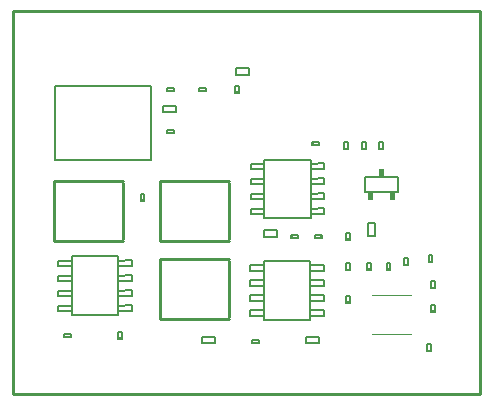
<source format=gm1>
G04 Layer_Color=16711935*
%FSLAX24Y24*%
%MOIN*%
G70*
G01*
G75*
%ADD29C,0.0060*%
%ADD30C,0.0050*%
%ADD32C,0.0020*%
%ADD50C,0.0100*%
G36*
X-3004Y4142D02*
X-3083D01*
Y4181D01*
X-3004D01*
Y4142D01*
D02*
G37*
G36*
X-2410Y4292D02*
X-2489D01*
Y4331D01*
X-2410D01*
Y4292D01*
D02*
G37*
G36*
X-4354Y4319D02*
X-4433D01*
Y4358D01*
X-4354D01*
Y4319D01*
D02*
G37*
G36*
X-1510Y3719D02*
X-1589D01*
Y3758D01*
X-1510D01*
Y3719D01*
D02*
G37*
G36*
X-4354Y4121D02*
X-4433D01*
Y4161D01*
X-4354D01*
Y4121D01*
D02*
G37*
G36*
X-3654Y4142D02*
X-3733D01*
Y4182D01*
X-3654D01*
Y4142D01*
D02*
G37*
G36*
X-2410Y4489D02*
X-2489D01*
Y4528D01*
X-2410D01*
Y4489D01*
D02*
G37*
G36*
X-1604Y4589D02*
X-1683D01*
Y4629D01*
X-1604D01*
Y4589D01*
D02*
G37*
G36*
X-4354Y5142D02*
X-4433D01*
Y5181D01*
X-4354D01*
Y5142D01*
D02*
G37*
G36*
X-3004Y4339D02*
X-3083D01*
Y4379D01*
X-3004D01*
Y4339D01*
D02*
G37*
G36*
X-3654Y4339D02*
X-3733D01*
Y4378D01*
X-3654D01*
Y4339D01*
D02*
G37*
G36*
X-1604Y4392D02*
X-1683D01*
Y4431D01*
X-1604D01*
Y4392D01*
D02*
G37*
G36*
X-1510Y3521D02*
X-1589D01*
Y3561D01*
X-1510D01*
Y3521D01*
D02*
G37*
G36*
X-7365Y1710D02*
X-7404D01*
Y1789D01*
X-7365D01*
Y1710D01*
D02*
G37*
G36*
X-11961Y1842D02*
X-12040D01*
Y1881D01*
X-11961D01*
Y1842D01*
D02*
G37*
G36*
X-13819Y1910D02*
X-13858D01*
Y1989D01*
X-13819D01*
Y1910D01*
D02*
G37*
G36*
X-1660Y1421D02*
X-1739D01*
Y1461D01*
X-1660D01*
Y1421D01*
D02*
G37*
G36*
X-1660Y1619D02*
X-1739D01*
Y1658D01*
X-1660D01*
Y1619D01*
D02*
G37*
G36*
X-7562Y1710D02*
X-7602D01*
Y1789D01*
X-7562D01*
Y1710D01*
D02*
G37*
G36*
X-1510Y2939D02*
X-1589D01*
Y2978D01*
X-1510D01*
Y2939D01*
D02*
G37*
G36*
X-4354Y3042D02*
X-4433D01*
Y3081D01*
X-4354D01*
Y3042D01*
D02*
G37*
G36*
X-4354Y3239D02*
X-4433D01*
Y3278D01*
X-4354D01*
Y3239D01*
D02*
G37*
G36*
X-13622Y1910D02*
X-13661D01*
Y1989D01*
X-13622D01*
Y1910D01*
D02*
G37*
G36*
X-11961Y2039D02*
X-12040D01*
Y2079D01*
X-11961D01*
Y2039D01*
D02*
G37*
G36*
X-1510Y2742D02*
X-1589D01*
Y2781D01*
X-1510D01*
Y2742D01*
D02*
G37*
G36*
X-6239Y5210D02*
X-6279D01*
Y5289D01*
X-6239D01*
Y5210D01*
D02*
G37*
G36*
X-4410Y8369D02*
X-4489D01*
Y8408D01*
X-4410D01*
Y8369D01*
D02*
G37*
G36*
X-10389Y8711D02*
X-10428D01*
Y8790D01*
X-10389D01*
Y8711D01*
D02*
G37*
G36*
X-10192D02*
X-10231D01*
Y8790D01*
X-10192D01*
Y8711D01*
D02*
G37*
G36*
X-5342Y8311D02*
X-5382D01*
Y8390D01*
X-5342D01*
Y8311D01*
D02*
G37*
G36*
X-3811Y8368D02*
X-3890D01*
Y8408D01*
X-3811D01*
Y8368D01*
D02*
G37*
G36*
X-3254Y8369D02*
X-3333D01*
Y8408D01*
X-3254D01*
Y8369D01*
D02*
G37*
G36*
X-9319Y10111D02*
X-9358D01*
Y10190D01*
X-9319D01*
Y10111D01*
D02*
G37*
G36*
X-9121D02*
X-9161D01*
Y10190D01*
X-9121D01*
Y10111D01*
D02*
G37*
G36*
X-8060Y10239D02*
X-8139D01*
Y10278D01*
X-8060D01*
Y10239D01*
D02*
G37*
G36*
X-8060Y10042D02*
X-8139D01*
Y10081D01*
X-8060D01*
Y10042D01*
D02*
G37*
G36*
X-10389Y10111D02*
X-10428D01*
Y10190D01*
X-10389D01*
Y10111D01*
D02*
G37*
G36*
X-10192D02*
X-10231D01*
Y10190D01*
X-10192D01*
Y10111D01*
D02*
G37*
G36*
X-5539Y8311D02*
X-5578D01*
Y8390D01*
X-5539D01*
Y8311D01*
D02*
G37*
G36*
X-4354Y5339D02*
X-4433D01*
Y5378D01*
X-4354D01*
Y5339D01*
D02*
G37*
G36*
X-11204Y6442D02*
X-11283D01*
Y6481D01*
X-11204D01*
Y6442D01*
D02*
G37*
G36*
X-2814Y6472D02*
X-2993D01*
Y6703D01*
X-2814D01*
Y6472D01*
D02*
G37*
G36*
X-6042Y5210D02*
X-6081D01*
Y5289D01*
X-6042D01*
Y5210D01*
D02*
G37*
G36*
X-5469Y5211D02*
X-5508D01*
Y5290D01*
X-5469D01*
Y5211D01*
D02*
G37*
G36*
X-5271D02*
X-5311D01*
Y5290D01*
X-5271D01*
Y5211D01*
D02*
G37*
G36*
X-3254Y8171D02*
X-3333D01*
Y8211D01*
X-3254D01*
Y8171D01*
D02*
G37*
G36*
X-4410Y8171D02*
X-4489D01*
Y8211D01*
X-4410D01*
Y8171D01*
D02*
G37*
G36*
X-3811Y8172D02*
X-3890D01*
Y8211D01*
X-3811D01*
Y8172D01*
D02*
G37*
G36*
X-3554Y6472D02*
X-3735D01*
Y6703D01*
X-3554D01*
Y6472D01*
D02*
G37*
G36*
X-11204Y6639D02*
X-11283D01*
Y6679D01*
X-11204D01*
Y6639D01*
D02*
G37*
G36*
X-3184Y7264D02*
Y7264D01*
Y7264D01*
Y7263D01*
X-3364D01*
Y7264D01*
X-3364D01*
Y7264D01*
X-3364D01*
Y7264D01*
X-3364D01*
Y7264D01*
X-3364D01*
Y7264D01*
X-3364D01*
Y7493D01*
X-3184D01*
Y7264D01*
D02*
G37*
D29*
X-13603Y4260D02*
Y4440D01*
X-14043D02*
X-13603D01*
X-14043Y4250D02*
Y4440D01*
Y4250D02*
X-13603Y4260D01*
Y3760D02*
Y3940D01*
X-14043D02*
X-13603D01*
X-14043Y3750D02*
Y3940D01*
Y3750D02*
X-13603Y3760D01*
Y3260D02*
Y3440D01*
X-14043D02*
X-13603D01*
X-14043Y3250D02*
Y3440D01*
Y3250D02*
X-13603Y3260D01*
Y2760D02*
Y2940D01*
X-14043D02*
X-13603D01*
X-14043Y2750D02*
Y2940D01*
Y2750D02*
X-13603Y2760D01*
X-12043D02*
Y2940D01*
Y2760D02*
X-11603D01*
Y2950D01*
X-12043Y2940D02*
X-11603Y2950D01*
X-12043Y3260D02*
Y3440D01*
Y3260D02*
X-11603D01*
Y3450D01*
X-12043Y3440D02*
X-11603Y3450D01*
X-12043Y3760D02*
Y3940D01*
Y3760D02*
X-11603D01*
Y3950D01*
X-12043Y3940D02*
X-11603Y3950D01*
X-12043Y4260D02*
Y4440D01*
Y4260D02*
X-11603D01*
Y4450D01*
X-12043Y4440D02*
X-11603Y4450D01*
X-13603Y2620D02*
X-12043D01*
Y4580D01*
X-12943D02*
X-12043D01*
X-13603D02*
X-12943D01*
X-13603Y2620D02*
Y4580D01*
X-2714Y6723D02*
Y7243D01*
X-3834Y6723D02*
X-2714D01*
X-3834D02*
Y7243D01*
X-2714D01*
X-7203Y4110D02*
Y4290D01*
X-7643D02*
X-7203D01*
X-7643Y4100D02*
Y4290D01*
Y4100D02*
X-7203Y4110D01*
Y3610D02*
Y3790D01*
X-7643D02*
X-7203D01*
X-7643Y3600D02*
Y3790D01*
Y3600D02*
X-7203Y3610D01*
Y3110D02*
Y3290D01*
X-7643D02*
X-7203D01*
X-7643Y3100D02*
Y3290D01*
Y3100D02*
X-7203Y3110D01*
Y2610D02*
Y2790D01*
X-7643D02*
X-7203D01*
X-7643Y2600D02*
Y2790D01*
Y2600D02*
X-7203Y2610D01*
X-5643D02*
Y2790D01*
Y2610D02*
X-5203D01*
Y2800D01*
X-5643Y2790D02*
X-5203Y2800D01*
X-5643Y3110D02*
Y3290D01*
Y3110D02*
X-5203D01*
Y3300D01*
X-5643Y3290D02*
X-5203Y3300D01*
X-5643Y3610D02*
Y3790D01*
Y3610D02*
X-5203D01*
Y3800D01*
X-5643Y3790D02*
X-5203Y3800D01*
X-5643Y4110D02*
Y4290D01*
Y4110D02*
X-5203D01*
Y4300D01*
X-5643Y4290D02*
X-5203Y4300D01*
X-7203Y2470D02*
X-5643D01*
Y4430D01*
X-6543D02*
X-5643D01*
X-7203D02*
X-6543D01*
X-7203Y2470D02*
Y4430D01*
X-7190Y7490D02*
Y7670D01*
X-7630D02*
X-7190D01*
X-7630Y7480D02*
Y7670D01*
Y7480D02*
X-7190Y7490D01*
Y6990D02*
Y7170D01*
X-7630D02*
X-7190D01*
X-7630Y6980D02*
Y7170D01*
Y6980D02*
X-7190Y6990D01*
Y6490D02*
Y6670D01*
X-7630D02*
X-7190D01*
X-7630Y6480D02*
Y6670D01*
Y6480D02*
X-7190Y6490D01*
Y5990D02*
Y6170D01*
X-7630D02*
X-7190D01*
X-7630Y5980D02*
Y6170D01*
Y5980D02*
X-7190Y5990D01*
X-5630D02*
Y6170D01*
Y5990D02*
X-5190D01*
Y6180D01*
X-5630Y6170D02*
X-5190Y6180D01*
X-5630Y6490D02*
Y6670D01*
Y6490D02*
X-5190D01*
Y6680D01*
X-5630Y6670D02*
X-5190Y6680D01*
X-5630Y6990D02*
Y7170D01*
Y6990D02*
X-5190D01*
Y7180D01*
X-5630Y7170D02*
X-5190Y7180D01*
X-5630Y7490D02*
Y7670D01*
Y7490D02*
X-5190D01*
Y7680D01*
X-5630Y7670D02*
X-5190Y7680D01*
X-7190Y5850D02*
X-5630D01*
Y7810D01*
X-6530D02*
X-5630D01*
X-7190D02*
X-6530D01*
X-7190Y5850D02*
Y7810D01*
D30*
X-5361Y1690D02*
Y1910D01*
X-5778Y1690D02*
X-5361D01*
X-5778D02*
Y1910D01*
X-5361D01*
X-9252Y1690D02*
Y1910D01*
X-8835D01*
Y1690D02*
Y1910D01*
X-9252Y1690D02*
X-8835D01*
X-1609Y2742D02*
Y2978D01*
X-1491D01*
Y2742D02*
Y2978D01*
X-1609Y2742D02*
X-1491D01*
X-3752Y4142D02*
Y4378D01*
X-3634D01*
Y4142D02*
Y4378D01*
X-3752Y4142D02*
X-3634D01*
X-2509Y4292D02*
X-2391D01*
Y4528D01*
X-2509D02*
X-2391D01*
X-2509Y4292D02*
Y4528D01*
X-4452Y3042D02*
Y3278D01*
X-4334D01*
Y3042D02*
Y3278D01*
X-4452Y3042D02*
X-4334D01*
X-1609Y3522D02*
Y3758D01*
X-1491D01*
Y3522D02*
Y3758D01*
X-1609Y3522D02*
X-1491D01*
X-2984Y4142D02*
Y4378D01*
X-3102Y4142D02*
X-2984D01*
X-3102D02*
Y4378D01*
X-2984D01*
X-4452Y5142D02*
X-4334D01*
Y5378D01*
X-4452D02*
X-4334D01*
X-4452Y5142D02*
Y5378D01*
Y4122D02*
Y4358D01*
X-4334D01*
Y4122D02*
Y4358D01*
X-4452Y4122D02*
X-4334D01*
X-13858Y1891D02*
Y2009D01*
Y1891D02*
X-13622D01*
Y2009D01*
X-13858D02*
X-13622D01*
X-11941Y1842D02*
Y2078D01*
X-12059Y1842D02*
X-11941D01*
X-12059D02*
Y2078D01*
X-11941D01*
X-3791Y8172D02*
Y8408D01*
X-3909Y8172D02*
X-3791D01*
X-3909D02*
Y8408D01*
X-3791D01*
X-3352Y8172D02*
Y8408D01*
X-3234D01*
Y8172D02*
Y8408D01*
X-3352Y8172D02*
X-3234D01*
X-11302Y6678D02*
X-11184D01*
X-11302Y6442D02*
Y6678D01*
Y6442D02*
X-11184D01*
Y6678D01*
X-6278Y5191D02*
Y5309D01*
Y5191D02*
X-6042D01*
Y5309D01*
X-6278D02*
X-6042D01*
X-10559Y9390D02*
Y9610D01*
X-10141D01*
Y9390D02*
Y9610D01*
X-10559Y9390D02*
X-10141D01*
X-9122Y10091D02*
Y10209D01*
X-9358D02*
X-9122D01*
X-9358Y10091D02*
Y10209D01*
Y10091D02*
X-9122D01*
X-5578Y8291D02*
X-5342D01*
X-5578D02*
Y8409D01*
X-5342D01*
Y8291D02*
Y8409D01*
X-4509Y8172D02*
X-4391D01*
Y8408D01*
X-4509D02*
X-4391D01*
X-4509Y8172D02*
Y8408D01*
X-10192Y10091D02*
Y10209D01*
X-10428D02*
X-10192D01*
X-10428Y10091D02*
Y10209D01*
Y10091D02*
X-10192D01*
X-7601Y1691D02*
Y1809D01*
Y1691D02*
X-7365D01*
Y1809D01*
X-7601D02*
X-7365D01*
X-1759Y1422D02*
X-1641D01*
Y1658D01*
X-1759D02*
X-1641D01*
X-1759Y1422D02*
Y1658D01*
X-1702Y4628D02*
X-1584D01*
X-1702Y4392D02*
Y4628D01*
Y4392D02*
X-1584D01*
Y4628D01*
X-3710Y5689D02*
X-3490D01*
Y5272D02*
Y5689D01*
X-3710Y5272D02*
X-3490D01*
X-3710D02*
Y5689D01*
X-10192Y8691D02*
Y8809D01*
X-10428D02*
X-10192D01*
X-10428Y8691D02*
Y8809D01*
Y8691D02*
X-10192D01*
X-7178Y5240D02*
Y5460D01*
X-6761D01*
Y5240D02*
Y5460D01*
X-7178Y5240D02*
X-6761D01*
X-5272Y5191D02*
Y5309D01*
X-5508D02*
X-5272D01*
X-5508Y5191D02*
Y5309D01*
Y5191D02*
X-5272D01*
X-7691Y10640D02*
Y10860D01*
X-8109Y10640D02*
X-7691D01*
X-8109D02*
Y10860D01*
X-7691D01*
X-8159Y10042D02*
X-8041D01*
Y10278D01*
X-8159D02*
X-8041D01*
X-8159Y10042D02*
Y10278D01*
X-10950Y7800D02*
Y10250D01*
X-14150Y7800D02*
X-10950D01*
X-14150Y10250D02*
X-10950D01*
X-14150Y7800D02*
Y10250D01*
D32*
X-3063Y3290D02*
X-2823D01*
X-3583D02*
X-3063D01*
X-2823D02*
X-2303D01*
X-3583Y2010D02*
X-2303D01*
D50*
X-14193Y5100D02*
X-11893D01*
X-14193D02*
Y7100D01*
X-11893D01*
Y5155D02*
Y7045D01*
X-10665Y5100D02*
X-8365D01*
X-10665D02*
Y7100D01*
X-8365D01*
Y5155D02*
Y7045D01*
X-10672Y2500D02*
X-8372D01*
X-10672D02*
Y4500D01*
X-8372D01*
Y2555D02*
Y4445D01*
X0Y0D02*
Y12750D01*
X-15550Y0D02*
X0D01*
X-15550D02*
Y12750D01*
X0D01*
M02*

</source>
